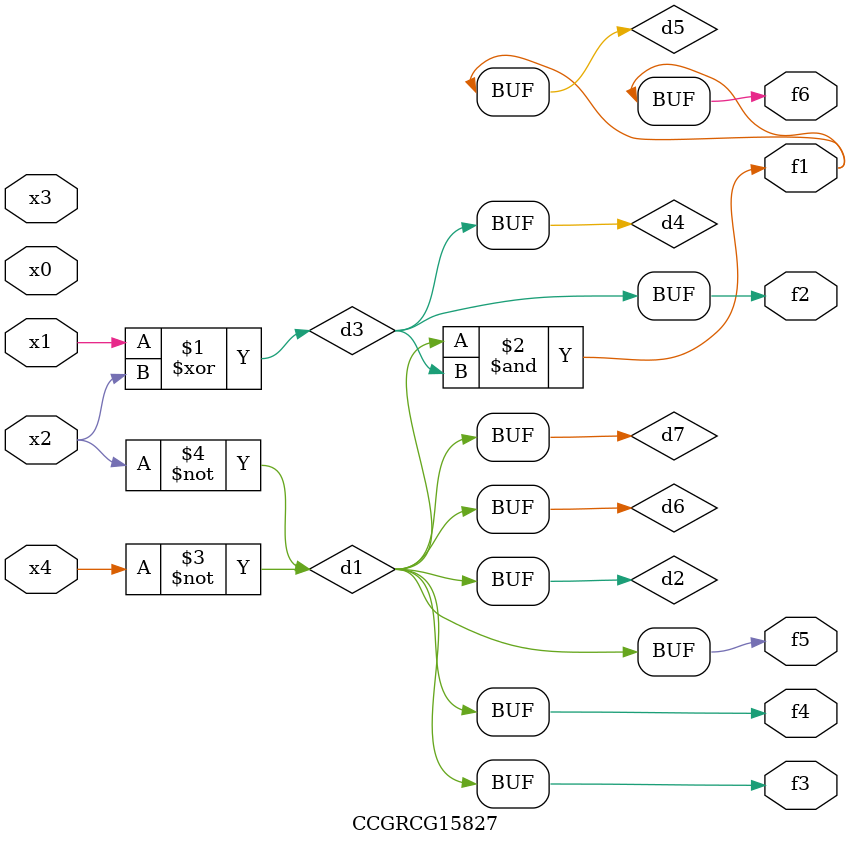
<source format=v>
module CCGRCG15827(
	input x0, x1, x2, x3, x4,
	output f1, f2, f3, f4, f5, f6
);

	wire d1, d2, d3, d4, d5, d6, d7;

	not (d1, x4);
	not (d2, x2);
	xor (d3, x1, x2);
	buf (d4, d3);
	and (d5, d1, d3);
	buf (d6, d1, d2);
	buf (d7, d2);
	assign f1 = d5;
	assign f2 = d4;
	assign f3 = d7;
	assign f4 = d7;
	assign f5 = d7;
	assign f6 = d5;
endmodule

</source>
